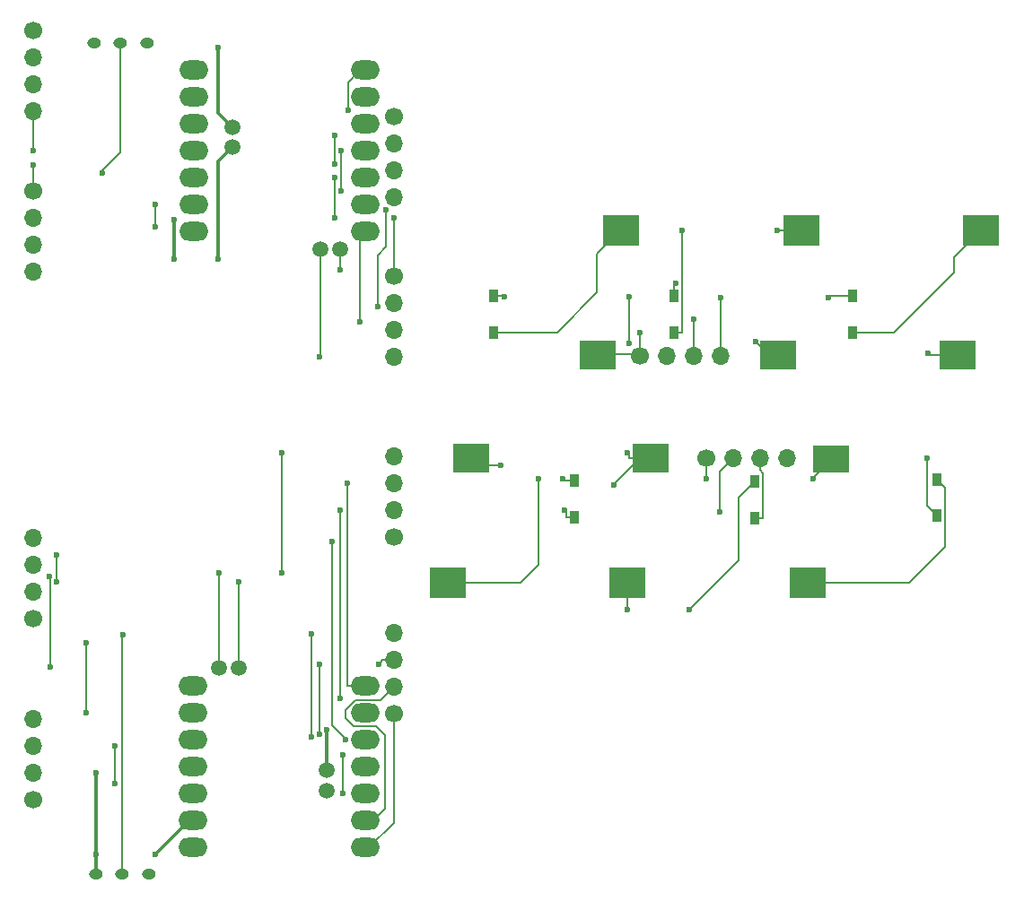
<source format=gbr>
G04 #@! TF.GenerationSoftware,KiCad,Pcbnew,9.0.0*
G04 #@! TF.CreationDate,2025-03-20T15:23:17+09:00*
G04 #@! TF.ProjectId,nofy,6e6f6679-2e6b-4696-9361-645f70636258,rev?*
G04 #@! TF.SameCoordinates,Original*
G04 #@! TF.FileFunction,Copper,L2,Bot*
G04 #@! TF.FilePolarity,Positive*
%FSLAX46Y46*%
G04 Gerber Fmt 4.6, Leading zero omitted, Abs format (unit mm)*
G04 Created by KiCad (PCBNEW 9.0.0) date 2025-03-20 15:23:17*
%MOMM*%
%LPD*%
G01*
G04 APERTURE LIST*
G04 #@! TA.AperFunction,ComponentPad*
%ADD10C,1.700000*%
G04 #@! TD*
G04 #@! TA.AperFunction,ComponentPad*
%ADD11O,1.700000X1.700000*%
G04 #@! TD*
G04 #@! TA.AperFunction,SMDPad,CuDef*
%ADD12R,3.500000X2.750000*%
G04 #@! TD*
G04 #@! TA.AperFunction,SMDPad,CuDef*
%ADD13R,3.500000X3.000000*%
G04 #@! TD*
G04 #@! TA.AperFunction,ComponentPad*
%ADD14O,2.750000X1.800000*%
G04 #@! TD*
G04 #@! TA.AperFunction,ComponentPad*
%ADD15C,1.500000*%
G04 #@! TD*
G04 #@! TA.AperFunction,ComponentPad*
%ADD16O,1.300000X1.000000*%
G04 #@! TD*
G04 #@! TA.AperFunction,SMDPad,CuDef*
%ADD17R,3.500000X2.650000*%
G04 #@! TD*
G04 #@! TA.AperFunction,SMDPad,CuDef*
%ADD18R,0.950000X1.200000*%
G04 #@! TD*
G04 #@! TA.AperFunction,SMDPad,CuDef*
%ADD19R,3.450000X2.750000*%
G04 #@! TD*
G04 #@! TA.AperFunction,ViaPad*
%ADD20C,0.600000*%
G04 #@! TD*
G04 #@! TA.AperFunction,Conductor*
%ADD21C,0.350000*%
G04 #@! TD*
G04 #@! TA.AperFunction,Conductor*
%ADD22C,0.200000*%
G04 #@! TD*
G04 APERTURE END LIST*
D10*
X22685000Y-81485000D03*
D11*
X22685000Y-78945000D03*
X22685000Y-76405000D03*
X22685000Y-73865000D03*
D12*
X63950000Y-66328600D03*
D13*
X61750000Y-78103600D03*
D12*
X80950000Y-66328600D03*
D13*
X78750000Y-78103600D03*
D14*
X54005000Y-103065000D03*
X54005000Y-100525000D03*
X54005000Y-97985000D03*
X54005000Y-95445000D03*
X54005000Y-92905000D03*
X54005000Y-90365000D03*
X54005000Y-87825000D03*
X37765000Y-87825000D03*
X37765000Y-90365000D03*
X37765000Y-92905000D03*
X37765000Y-95445000D03*
X37765000Y-97985000D03*
X37765000Y-100525000D03*
X37765000Y-103065000D03*
D15*
X42049600Y-86133000D03*
X40170000Y-86133000D03*
X50330000Y-95762000D03*
X50330000Y-97667000D03*
D16*
X33585000Y-105595000D03*
X31085000Y-105595000D03*
X28585000Y-105595000D03*
D17*
X97950000Y-66378600D03*
D13*
X95750000Y-78103600D03*
D10*
X22703600Y-41076100D03*
D11*
X22703600Y-43616100D03*
X22703600Y-46156100D03*
X22703600Y-48696100D03*
D10*
X56685000Y-73745000D03*
D11*
X56685000Y-71205000D03*
X56685000Y-68665000D03*
X56685000Y-66125000D03*
D18*
X107950000Y-71753575D03*
X107950000Y-68303575D03*
D12*
X109900000Y-56528600D03*
D13*
X112100000Y-44753600D03*
D18*
X73750000Y-71853575D03*
X73750000Y-68403575D03*
D10*
X22685000Y-98545000D03*
D11*
X22685000Y-96005000D03*
X22685000Y-93465000D03*
X22685000Y-90925000D03*
D10*
X79860000Y-56603600D03*
D11*
X82400000Y-56603600D03*
X84940000Y-56603600D03*
X87480000Y-56603600D03*
D10*
X56703600Y-34071100D03*
D11*
X56703600Y-36611100D03*
X56703600Y-39151100D03*
X56703600Y-41691100D03*
D10*
X86150000Y-66253600D03*
D11*
X88690000Y-66253600D03*
X91230000Y-66253600D03*
X93770000Y-66253600D03*
D10*
X22703600Y-25931100D03*
D11*
X22703600Y-28471100D03*
X22703600Y-31011100D03*
X22703600Y-33551100D03*
D18*
X100000000Y-50953525D03*
X100000000Y-54403525D03*
D14*
X37783600Y-29631100D03*
X37783600Y-32171100D03*
X37783600Y-34711100D03*
X37783600Y-37251100D03*
X37783600Y-39791100D03*
X37783600Y-42331100D03*
X37783600Y-44871100D03*
X54023600Y-44871100D03*
X54023600Y-42331100D03*
X54023600Y-39791100D03*
X54023600Y-37251100D03*
X54023600Y-34711100D03*
X54023600Y-32171100D03*
X54023600Y-29631100D03*
D15*
X49739000Y-46563100D03*
X51618600Y-46563100D03*
X41458600Y-36934100D03*
X41458600Y-35029100D03*
D18*
X83100000Y-50953525D03*
X83100000Y-54403525D03*
D16*
X28403600Y-27121100D03*
X30903600Y-27121100D03*
X33403600Y-27121100D03*
D10*
X56703600Y-49131100D03*
D11*
X56703600Y-51671100D03*
X56703600Y-54211100D03*
X56703600Y-56751100D03*
D19*
X75925000Y-56528600D03*
D13*
X78100000Y-44753600D03*
D12*
X92900000Y-56528600D03*
D13*
X95100000Y-44753600D03*
D10*
X56685000Y-90445000D03*
D11*
X56685000Y-87905000D03*
X56685000Y-85365000D03*
X56685000Y-82825000D03*
D18*
X90750000Y-71953575D03*
X90750000Y-68503575D03*
X66100000Y-50953525D03*
X66100000Y-54403525D03*
D20*
X50380700Y-91958400D03*
X31119798Y-82965202D03*
X29200000Y-39400000D03*
X72660200Y-68261600D03*
X70363100Y-68261600D03*
X84536000Y-80597300D03*
X78750000Y-80597300D03*
X92827000Y-44814900D03*
X83876700Y-44814900D03*
X35952900Y-43775700D03*
X35952900Y-47526900D03*
X40116500Y-47526900D03*
X34223200Y-103710400D03*
X28585000Y-103710400D03*
X28585000Y-96005000D03*
X40116500Y-27495100D03*
X72761400Y-71247600D03*
X87420000Y-71414700D03*
X106971600Y-66253600D03*
X78891600Y-51014000D03*
X67131100Y-51014000D03*
X78891600Y-55451900D03*
X84950000Y-53166100D03*
X83250000Y-49800000D03*
X97700000Y-51161800D03*
X87480000Y-51161800D03*
X78690200Y-65820800D03*
X96202700Y-68208100D03*
X77467400Y-68864000D03*
X86150000Y-68208100D03*
X66800000Y-67000000D03*
X90848300Y-55300000D03*
X107100000Y-56413200D03*
X79860000Y-54424200D03*
X52346900Y-33418800D03*
X51098900Y-38521100D03*
X51098900Y-35822000D03*
X51741800Y-37251100D03*
X51741800Y-41061100D03*
X49700000Y-56750000D03*
X56703600Y-43622900D03*
X51119100Y-39791100D03*
X51119100Y-43622900D03*
X53523600Y-53451100D03*
X55927500Y-42877200D03*
X55143700Y-51996600D03*
X22703600Y-37251100D03*
X51618600Y-48550000D03*
X34151100Y-42331100D03*
X34151100Y-44452400D03*
X22703600Y-38640600D03*
X30401700Y-97070500D03*
X30401700Y-93465000D03*
X24226550Y-77444387D03*
X24233700Y-86034200D03*
X27647200Y-83750000D03*
X27650000Y-90357100D03*
X24855800Y-75400000D03*
X24855800Y-77938400D03*
X42049600Y-77938400D03*
X51855000Y-97985000D03*
X55295800Y-85739100D03*
X49705700Y-92400000D03*
X49704000Y-85739100D03*
X51855000Y-94300000D03*
X48903997Y-92600000D03*
X48950000Y-82850000D03*
X40170000Y-77147900D03*
X46081900Y-77147900D03*
X46081900Y-65790300D03*
X52328300Y-68650000D03*
X51630000Y-71223700D03*
X51630000Y-89000000D03*
X50850000Y-74185800D03*
X52126800Y-92905000D03*
D21*
X50330000Y-95762000D02*
X50380700Y-95711300D01*
X50380700Y-95711300D02*
X50380700Y-91958400D01*
D22*
X31085000Y-83000000D02*
X31085000Y-105595000D01*
X31119798Y-82965202D02*
X31085000Y-83000000D01*
X29200000Y-39400000D02*
X29200000Y-39120000D01*
X29200000Y-39120000D02*
X30903600Y-37416400D01*
X30903600Y-37416400D02*
X30903600Y-27121100D01*
X73750000Y-68403600D02*
X72802200Y-68403600D01*
X70363100Y-76350000D02*
X70350000Y-76350000D01*
X70350000Y-76350000D02*
X68600000Y-78100000D01*
X72802200Y-68403600D02*
X72660200Y-68261600D01*
X70363100Y-68261600D02*
X70363100Y-76350000D01*
X68600000Y-78100000D02*
X61753600Y-78100000D01*
X61753600Y-78100000D02*
X61750000Y-78103600D01*
X89200000Y-75933300D02*
X84536000Y-80597300D01*
X89200000Y-70053600D02*
X89200000Y-75933300D01*
X90750000Y-68503600D02*
X89200000Y-70053600D01*
X78750000Y-78103600D02*
X78750000Y-80597300D01*
X108726000Y-74674000D02*
X105300000Y-78100000D01*
X107953600Y-68303600D02*
X108726000Y-69076000D01*
X105300000Y-78100000D02*
X95753600Y-78100000D01*
X107950000Y-68303600D02*
X107953600Y-68303600D01*
X95753600Y-78100000D02*
X95750000Y-78103600D01*
X108726000Y-69076000D02*
X108726000Y-74674000D01*
X72101700Y-54403500D02*
X75878300Y-50626900D01*
X75878300Y-50626900D02*
X75878300Y-46975300D01*
X75878300Y-46975300D02*
X78100000Y-44753600D01*
X66100000Y-54403500D02*
X72101700Y-54403500D01*
X92888300Y-44753600D02*
X92827000Y-44814900D01*
X83100000Y-54403500D02*
X83876700Y-54403500D01*
X95100000Y-44753600D02*
X92888300Y-44753600D01*
X83876700Y-54403500D02*
X83876700Y-44814900D01*
X109550000Y-47303600D02*
X112100000Y-44753600D01*
X100146500Y-54403500D02*
X100000000Y-54403500D01*
X99704563Y-54901900D02*
X99898100Y-54901900D01*
X103896475Y-54403525D02*
X109550000Y-48750000D01*
X109550000Y-48750000D02*
X109550000Y-47303600D01*
X100000000Y-54403525D02*
X103896475Y-54403525D01*
D21*
X41458600Y-36934100D02*
X40116500Y-38276200D01*
X35952900Y-47526900D02*
X35952900Y-43775700D01*
X40116500Y-38276200D02*
X40116500Y-47526900D01*
X28585000Y-105595000D02*
X28585000Y-103710400D01*
X28585000Y-103710400D02*
X28585000Y-96005000D01*
X37408600Y-100525000D02*
X34223200Y-103710400D01*
X38265000Y-100525000D02*
X37408600Y-100525000D01*
X40116500Y-33687000D02*
X41458600Y-35029100D01*
X40116500Y-27495100D02*
X40116500Y-33687000D01*
D22*
X72761400Y-71247600D02*
X72973300Y-71459500D01*
X72973300Y-71459500D02*
X72973300Y-71853600D01*
X73750000Y-71853600D02*
X72973300Y-71853600D01*
X88690000Y-66253600D02*
X87420000Y-67523600D01*
X87420000Y-67523600D02*
X87420000Y-71414700D01*
X91230000Y-67405300D02*
X91526700Y-67702000D01*
X91230000Y-66253600D02*
X91230000Y-67405300D01*
X90750000Y-71953600D02*
X91526700Y-71953600D01*
X91526700Y-67702000D02*
X91526700Y-71953600D01*
X107950000Y-71753575D02*
X106971600Y-70775175D01*
X107950000Y-71753600D02*
X107950000Y-71753575D01*
X106971600Y-70775175D02*
X106971600Y-66253600D01*
X67070600Y-50953500D02*
X67131100Y-51014000D01*
X66100000Y-50953500D02*
X67070600Y-50953500D01*
X78891600Y-55451900D02*
X78891600Y-51014000D01*
X84950000Y-53166100D02*
X84950000Y-53378600D01*
X84940000Y-53388600D02*
X84940000Y-56603600D01*
X83100000Y-50953500D02*
X83100000Y-49950000D01*
X84950000Y-53378600D02*
X84940000Y-53388600D01*
X83100000Y-49950000D02*
X83250000Y-49800000D01*
X100000000Y-50953525D02*
X100000000Y-50953500D01*
X97908275Y-50953525D02*
X100000000Y-50953525D01*
X97700000Y-51161800D02*
X97908275Y-50953525D01*
X87480000Y-56603600D02*
X87480000Y-51161800D01*
X78690200Y-65820800D02*
X78898300Y-66028900D01*
X80950000Y-66328600D02*
X79924200Y-66328600D01*
X64621400Y-67000000D02*
X66800000Y-67000000D01*
X79924200Y-66328600D02*
X78898300Y-66328600D01*
X97950000Y-66378600D02*
X96202700Y-68125900D01*
X78898300Y-66028900D02*
X78898300Y-66328600D01*
X86150000Y-66253600D02*
X86150000Y-68208100D01*
X77467400Y-68785400D02*
X77467400Y-68864000D01*
X63950000Y-66328600D02*
X64621400Y-67000000D01*
X96202700Y-68125900D02*
X96202700Y-68208100D01*
X79924200Y-66328600D02*
X77467400Y-68785400D01*
X75925000Y-56528600D02*
X75953600Y-56500000D01*
X107215400Y-56528600D02*
X109900000Y-56528600D01*
X107100000Y-56413200D02*
X107215400Y-56528600D01*
X79860000Y-56603600D02*
X79860000Y-54424200D01*
X92076900Y-56528600D02*
X92900000Y-56528600D01*
X90848300Y-55300000D02*
X92076900Y-56528600D01*
X75953600Y-56500000D02*
X79756400Y-56500000D01*
X79756400Y-56500000D02*
X79860000Y-56603600D01*
X52346900Y-30807800D02*
X52346900Y-33418800D01*
X53523600Y-29631100D02*
X52346900Y-30807800D01*
X51098900Y-38521100D02*
X51098900Y-35822000D01*
X51741800Y-41061100D02*
X51741800Y-37251100D01*
X49700000Y-56750000D02*
X49750000Y-56700000D01*
X49750000Y-56700000D02*
X49750000Y-46574100D01*
X49750000Y-46574100D02*
X49739000Y-46563100D01*
X51119100Y-43622900D02*
X51119100Y-39791100D01*
X56703600Y-49131100D02*
X56703600Y-43622900D01*
X53523600Y-46545600D02*
X53523600Y-53451100D01*
X53523600Y-44871100D02*
X53523600Y-46545600D01*
X55927500Y-42877200D02*
X55927500Y-46348100D01*
X55927500Y-46348100D02*
X55143700Y-47131900D01*
X55143700Y-47131900D02*
X55143700Y-51996600D01*
X22703600Y-33551100D02*
X22703600Y-37251100D01*
X51618600Y-46563100D02*
X51618600Y-48550000D01*
X34151100Y-44452400D02*
X34151100Y-42331100D01*
X22703600Y-41076100D02*
X22703600Y-38640600D01*
X30401700Y-93465000D02*
X30401700Y-97070500D01*
X24233700Y-77451537D02*
X24233700Y-86034200D01*
X38265000Y-87825000D02*
X38330000Y-87825000D01*
X24226550Y-77444387D02*
X24233700Y-77451537D01*
X27650000Y-88460600D02*
X27650000Y-90357100D01*
X27647200Y-83750000D02*
X27647200Y-88457800D01*
X27647200Y-88457800D02*
X27650000Y-88460600D01*
X42049600Y-86133000D02*
X42049600Y-77938400D01*
X24855800Y-75400000D02*
X24855800Y-77938400D01*
X51855000Y-94300000D02*
X51855000Y-97985000D01*
X49704000Y-92398300D02*
X49704000Y-85739100D01*
X55295800Y-85739100D02*
X55533300Y-85501600D01*
X56685000Y-85365000D02*
X55533300Y-85365000D01*
X49705700Y-92400000D02*
X49704000Y-92398300D01*
X55533300Y-85501600D02*
X55533300Y-85365000D01*
X55850000Y-99400000D02*
X54725000Y-100525000D01*
X52871600Y-91621600D02*
X55021600Y-91621600D01*
X55850000Y-92450000D02*
X55850000Y-99400000D01*
X52100000Y-90093900D02*
X52100000Y-90850000D01*
X52100000Y-90850000D02*
X52871600Y-91621600D01*
X56685000Y-87905000D02*
X55426700Y-89163300D01*
X53030600Y-89163300D02*
X52100000Y-90093900D01*
X55021600Y-91621600D02*
X55850000Y-92450000D01*
X55426700Y-89163300D02*
X53030600Y-89163300D01*
X54725000Y-100525000D02*
X53505000Y-100525000D01*
X48950000Y-82850000D02*
X48953000Y-82853000D01*
X48953000Y-92550997D02*
X48903997Y-92600000D01*
X48953000Y-82853000D02*
X48953000Y-92550997D01*
X54335000Y-103065000D02*
X53505000Y-103065000D01*
X56685000Y-90445000D02*
X56685000Y-100715000D01*
X56685000Y-100715000D02*
X54335000Y-103065000D01*
X40170000Y-86133000D02*
X40170000Y-77147900D01*
X46081900Y-77147900D02*
X46081900Y-65790300D01*
X52328300Y-87825000D02*
X53505000Y-87825000D01*
X52328300Y-68650000D02*
X52328300Y-87825000D01*
X51630000Y-71223700D02*
X51630000Y-89000000D01*
X52126800Y-92769400D02*
X52126800Y-92905000D01*
X50850000Y-74185800D02*
X50850000Y-91492600D01*
X50850000Y-91492600D02*
X52126800Y-92769400D01*
M02*

</source>
